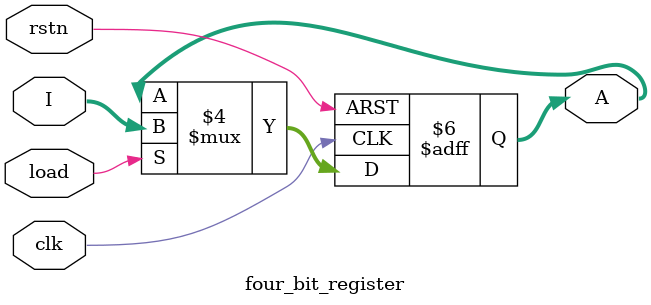
<source format=v>
module four_bit_register (
    input rstn, clk, load,
    input [3:0] I,
    output reg [3:0] A
);
    always @ (posedge clk, negedge rstn)
    begin
        if (!rstn)
        begin
            A <= 4'b0000;
        end
        else
        begin
            if (load)
            begin
                A <= I;
            end
            else
            begin
                A <= A;
            end
        end
    end
endmodule

</source>
